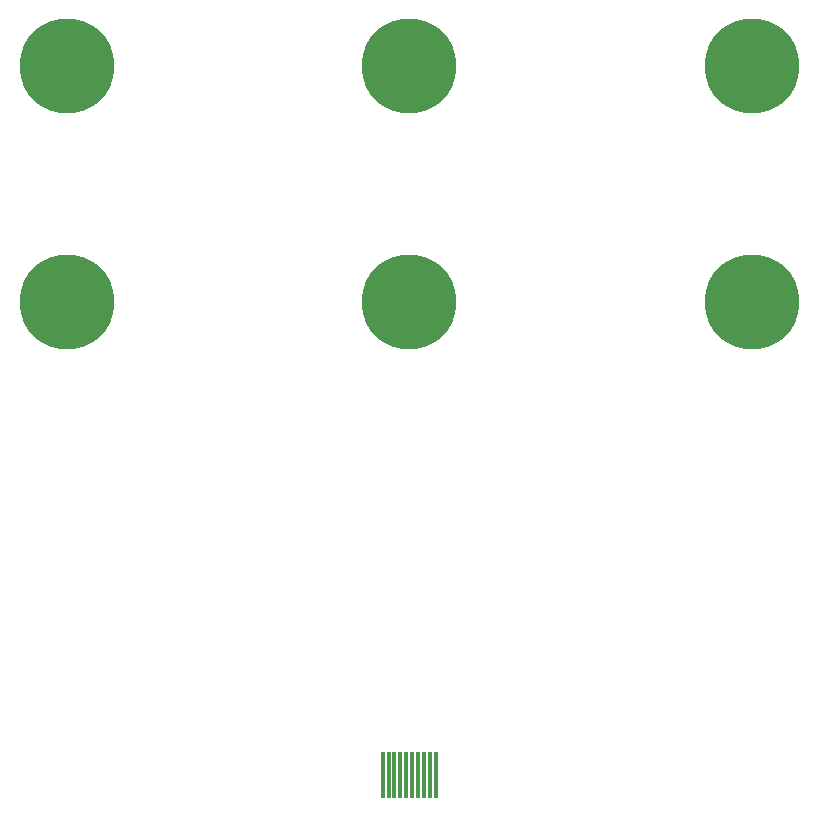
<source format=gbr>
G04 #@! TF.GenerationSoftware,KiCad,Pcbnew,(5.1.10)-1*
G04 #@! TF.CreationDate,2021-08-02T17:18:46+09:00*
G04 #@! TF.ProjectId,electrode_FPCB_rev1.2d,656c6563-7472-46f6-9465-5f465043425f,1.2d*
G04 #@! TF.SameCoordinates,Original*
G04 #@! TF.FileFunction,Paste,Top*
G04 #@! TF.FilePolarity,Positive*
%FSLAX46Y46*%
G04 Gerber Fmt 4.6, Leading zero omitted, Abs format (unit mm)*
G04 Created by KiCad (PCBNEW (5.1.10)-1) date 2021-08-02 17:18:46*
%MOMM*%
%LPD*%
G01*
G04 APERTURE LIST*
%ADD10R,0.300000X4.000000*%
%ADD11C,8.000000*%
G04 APERTURE END LIST*
D10*
X98550000Y-95700000D03*
X98050000Y-95700000D03*
X97550000Y-95700000D03*
X97050000Y-95700000D03*
X96550000Y-95700000D03*
X96050000Y-95700000D03*
X95550000Y-95700000D03*
X95050000Y-95700000D03*
X94550000Y-95700000D03*
X94050000Y-95700000D03*
D11*
X125300000Y-55700000D03*
X67300000Y-55700000D03*
X125300000Y-35700000D03*
X67300000Y-35700000D03*
X96300000Y-55700000D03*
X96300000Y-35700000D03*
M02*

</source>
